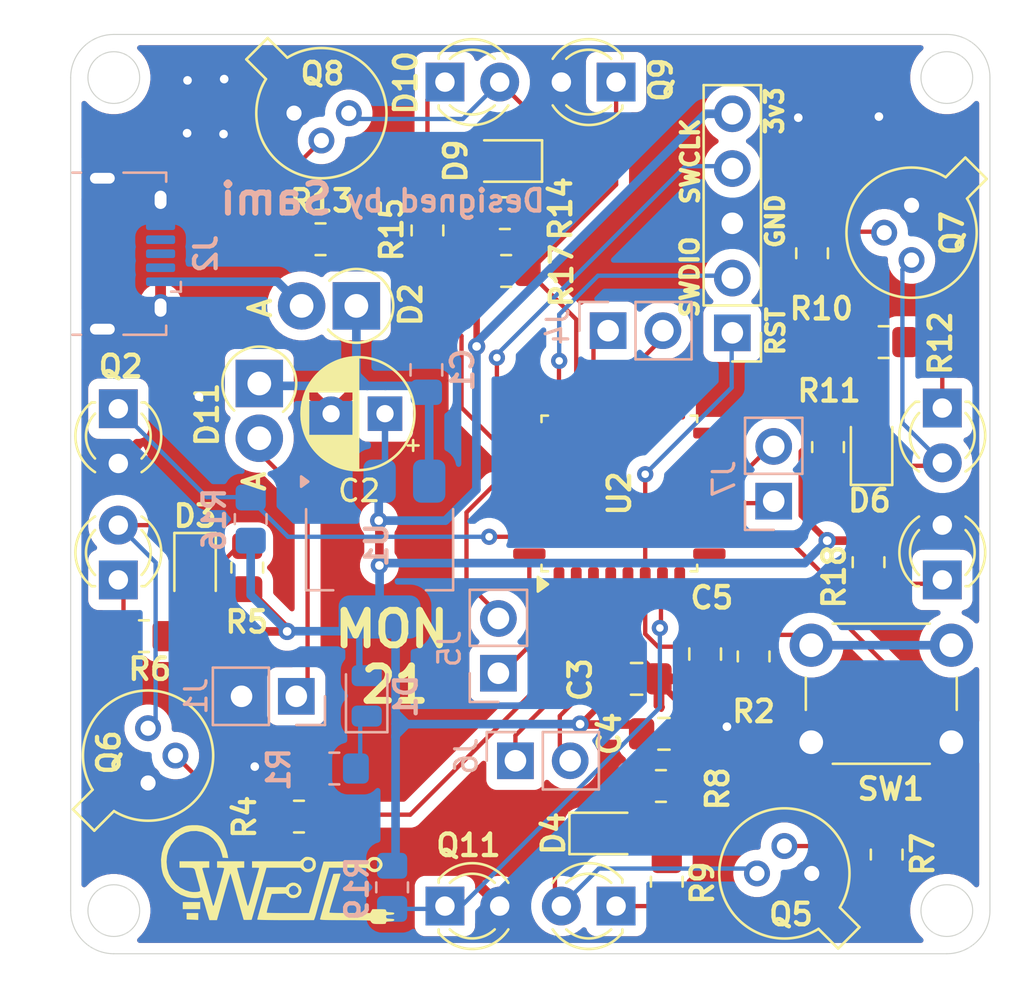
<source format=kicad_pcb>
(kicad_pcb (version 20241229) (generator "pcbnew") (generator_version "9.0")
  (layers (0 "F.Cu" signal) (2 "B.Cu" signal) (13 "F.Paste" user) (15 "B.Paste" user) (5 "F.SilkS" user "F.Silkscreen") (7 "B.SilkS" user "B.Silkscreen") (1 "F.Mask" user) (3 "B.Mask" user) (25 "Edge.Cuts" user))
  (net 0 "")
  (net 1 "VBUS")
  (net 2 "GND")
  (net 3 "+3.3V")
  (net 4 "/RST")
  (net 5 "Net-(D1-K)")
  (net 6 "Net-(D3-K)")
  (net 7 "Net-(D3-A)")
  (net 8 "Net-(D4-A)")
  (net 9 "Net-(D4-K)")
  (net 10 "Net-(D5-Pad1)")
  (net 11 "Net-(D6-K)")
  (net 12 "Net-(D6-A)")
  (net 13 "Net-(D7-Pad1)")
  (net 14 "Net-(D8-Pad1)")
  (net 15 "Net-(D9-K)")
  (net 16 "Net-(D9-A)")
  (net 17 "Net-(D10-Pad1)")
  (net 18 "/PA3")
  (net 19 "/SWDIO")
  (net 20 "/SWCLK")
  (net 21 "Net-(Q5-B)")
  (net 22 "Net-(Q6-B)")
  (net 23 "Net-(Q7-B)")
  (net 24 "Net-(Q8-B)")
  (net 27 "/PC6")
  (net 28 "/PA12")
  (net 29 "/PB8")
  (net 32 "/PA11")
  (net 35 "/PB4")
  (net 36 "/PC15")
  (net 38 "/PC14")
  (net 44 "/PB7")
  (net 45 "/PA5")
  (net 46 "/PA0")
  (net 48 "/PA15")
  (net 49 "/PB9")
  (net 50 "/PA1")
  (net 51 "/PB1")
  (net 52 "/PA6")
  (net 54 "Net-(D2-A)")
  (net 55 "Net-(D11-A)")
  (footprint "Button_Switch_THT:SW_PUSH_6mm" (layer "F.Cu") (at 173.14 77.82 180)
    (property "Reference" "SW1")
    (property "Value" "SW_Push")
  )
  (footprint "Diode_THT:D_DO-41_SOD81_P2.54mm_Vertical_AnodeUp" (layer "F.Cu") (at 141.04 61.18 -90)
    (property "Reference" "D11")
    (property "Value" "D_Schottky")
  )
  (footprint "Resistor_SMD:R_0805_2012Metric_Pad1.20x1.40mm_HandSolder" (layer "F.Cu") (at 167.42 64.13 -90)
    (property "Reference" "R11")
    (property "Value" "100r")
  )
  (footprint "LED_THT:LED_D3.0mm_Clear" (layer "F.Cu") (at 172.72 70.29 90)
    (property "Reference" "Q10" (hide yes))
    (property "Value" "SFH309")
  )
  (footprint "Resistor_SMD:R_0805_2012Metric_Pad1.20x1.40mm_HandSolder" (layer "F.Cu") (at 143.88 54.49)
    (property "Reference" "R13")
    (property "Value" "1k")
  )
  (footprint "Resistor_SMD:R_0805_2012Metric_Pad1.20x1.40mm_HandSolder" (layer "F.Cu") (at 170.14 83.03 90)
    (property "Reference" "R7")
    (property "Value" "1k")
  )
  (footprint "Resistor_SMD:R_0805_2012Metric_Pad1.20x1.40mm_HandSolder" (layer "F.Cu") (at 169.3 69.47 90)
    (property "Reference" "R18")
    (property "Value" "10k")
  )
  (footprint "Connector_PinHeader_2.54mm:PinHeader_1x05_P2.54mm_Vertical" (layer "F.Cu") (at 162.98 58.83 180)
    (property "Reference" "J3" (hide yes))
    (property "Value" "Conn_01x05_Socket")
  )
  (footprint "Resistor_SMD:R_0805_2012Metric_Pad1.20x1.40mm_HandSolder" (layer "F.Cu") (at 152.49 55.96 180)
    (property "Reference" "R17")
    (property "Value" "10k")
  )
  (footprint "Package_TO_SOT_THT:TO-18-3" (layer "F.Cu") (at 166.665276 83.905276 180)
    (property "Reference" "Q5")
    (property "Value" "2N2222")
  )
  (footprint "Package_TO_SOT_THT:TO-18-3" (layer "F.Cu") (at 171.295276 52.914724 -90)
    (property "Reference" "Q7")
    (property "Value" "2N2222")
  )
  (footprint "LED_SMD:LED_0805_2012Metric" (layer "F.Cu") (at 138.06 69.8 -90)
    (property "Reference" "D3")
    (property "Value" "LED")
  )
  (footprint "Capacitor_THT:CP_Radial_D5.0mm_P2.50mm" (layer "F.Cu") (at 146.87 62.58 180)
    (property "Reference" "C2")
    (property "Value" "22uF")
  )
  (footprint "LED_THT:LED_D3.0mm_Clear" (layer "F.Cu") (at 157.59 47.2 180)
    (property "Reference" "Q9")
    (property "Value" "SFH309")
  )
  (footprint "Package_QFP:LQFP-32_7x7mm_P0.8mm" (layer "F.Cu") (at 157.74 66.28 90)
    (property "Reference" "U2")
    (property "Value" "STM32G030K8Tx")
  )
  (footprint "LED_SMD:LED_0805_2012Metric" (layer "F.Cu") (at 157.11 82.05)
    (property "Reference" "D4")
    (property "Value" "LED")
  )
  (footprint "Resistor_SMD:R_0805_2012Metric_Pad1.20x1.40mm_HandSolder" (layer "F.Cu") (at 148.84 54.08 90)
    (property "Reference" "R15")
    (property "Value" "330r")
  )
  (footprint "Capacitor_SMD:C_0805_2012Metric_Pad1.18x1.45mm_HandSolder" (layer "F.Cu") (at 158.54 74.88)
    (property "Reference" "C3")
    (property "Value" "100nF")
  )
  (footprint "LED_THT:LED_D3.0mm_Clear" (layer "F.Cu") (at 134.5 62.35 -90)
    (property "Reference" "Q2")
    (property "Value" "SFH309")
  )
  (footprint "LOGO" (layer "F.Cu") (at 141.841951 83.641699)
    (property "Reference" "G***" (hide yes))
    (property "Value" "LOGO" (hide yes))
  )
  (footprint "LED_THT:LED_D3.0mm_Clear" (layer "F.Cu") (at 149.65 85.42)
    (property "Reference" "Q11")
    (property "Value" "SFH309")
  )
  (footprint "Resistor_SMD:R_0805_2012Metric_Pad1.20x1.40mm_HandSolder" (layer "F.Cu") (at 163.97 73.84 -90)
    (property "Reference" "R2")
    (property "Value" "10k")
  )
  (footprint "LED_SMD:LED_0805_2012Metric" (layer "F.Cu") (at 152.47 50.86 180)
    (property "Reference" "D9")
    (property "Value" "LED")
  )
  (footprint "Resistor_SMD:R_0805_2012Metric_Pad1.20x1.40mm_HandSolder" (layer "F.Cu") (at 135.69 72.9 180)
    (property "Reference" "R6")
    (property "Value" "330r")
  )
  (footprint "Resistor_SMD:R_0805_2012Metric_Pad1.20x1.40mm_HandSolder" (layer "F.Cu") (at 166.68 55.14 -90)
    (property "Reference" "R10")
    (property "Value" "1k")
  )
  (footprint "LED_THT:LED_D3.0mm_Clear" (layer "F.Cu") (at 172.72 62.32 -90)
    (property "Reference" "D7" (hide yes))
    (property "Value" "SFH_4550")
  )
  (footprint "LED_SMD:LED_0805_2012Metric" (layer "F.Cu") (at 169.44 64.2 90)
    (property "Reference" "D6")
    (property "Value" "LED")
  )
  (footprint "Resistor_SMD:R_0805_2012Metric_Pad1.20x1.40mm_HandSolder" (layer "F.Cu") (at 142.88 81.27)
    (property "Reference" "R4")
    (property "Value" "1k")
  )
  (footprint "Diode_THT:D_DO-41_SOD81_P2.54mm_Vertical_AnodeUp" (layer "F.Cu") (at 145.541766 57.58 180)
    (property "Reference" "D2")
    (property "Value" "D_Schottky")
  )
  (footprint "LED_THT:LED_D3.0mm_Clear" (layer "F.Cu") (at 149.65 47.2)
    (property "Reference" "D10")
    (property "Value" "SFH_4550")
  )
  (footprint "Package_TO_SOT_THT:TO-18-3" (layer "F.Cu") (at 135.88 79.71 90)
    (property "Reference" "Q6")
    (property "Value" "2N2222")
  )
  (footprint "Resistor_SMD:R_0805_2012Metric_Pad1.20x1.40mm_HandSolder" (layer "F.Cu") (at 140.48 69.72 90)
    (property "Reference" "R5")
    (property "Value" "100r")
  )
  (footprint "LED_THT:LED_D3.0mm_Clear" (layer "F.Cu") (at 157.59 85.42 180)
    (property "Reference" "D8" (hide yes))
    (property "Value" "SFH_4550")
  )
  (footprint "Resistor_SMD:R_0805_2012Metric_Pad1.20x1.40mm_HandSolder" (layer "F.Cu") (at 159.94 84.29 -90)
    (property "Reference" "R9")
    (property "Value" "330r")
  )
  (footprint "Resistor_SMD:R_0805_2012Metric_Pad1.20x1.40mm_HandSolder" (layer "F.Cu") (at 159.67 79.85 180)
    (property "Reference" "R8")
    (property "Value" "100r")
  )
  (footprint "Resistor_SMD:R_0805_2012Metric_Pad1.20x1.40mm_HandSolder" (layer "F.Cu") (at 170 59.26)
    (property "Reference" "R12")
    (property "Value" "330r")
  )
  (footprint "Package_TO_SOT_THT:TO-18-3" (layer "F.Cu") (at 142.65 48.64)
    (property "Reference" "Q8")
    (property "Value" "2N2222")
  )
  (footprint "Capacitor_SMD:C_0805_2012Metric_Pad1.18x1.45mm_HandSolder" (layer "F.Cu") (at 161.72 73.73 -90)
    (property "Reference" "C5")
    (property "Value" "100n")
  )
  (footprint "Resistor_SMD:R_0805_2012Metric_Pad1.20x1.40mm_HandSolder" (layer "F.Cu") (at 152.43 53.28 180)
    (property "Reference" "R14")
    (property "Value" "100r")
  )
  (footprint "LED_THT:LED_D3.0mm_Clear" (layer "F.Cu") (at 134.5 70.29 90)
    (property "Reference" "D5" (hide yes))
    (property "Value" "SFH_4550")
  )
  (footprint "Capacitor_SMD:C_0805_2012Metric_Pad1.18x1.45mm_HandSolder" (layer "F.Cu") (at 159.81 77.43)
    (property "Reference" "C4")
    (property "Value" "10uF")
  )
  (footprint "Connector_PinHeader_2.54mm:PinHeader_1x02_P2.54mm_Vertical" (layer "B.Cu") (at 157.22 58.73 -90)
    (property "Reference" "J4")
    (property "Value" "line_2")
  )
  (footprint "Resistor_SMD:R_0805_2012Metric_Pad1.20x1.40mm_HandSolder" (layer "B.Cu") (at 144.52 79.04 180)
    (property "Reference" "R1")
    (property "Value" "1k")
  )
  (footprint "Resistor_SMD:R_0805_2012Metric_Pad1.20x1.40mm_HandSolder" (layer "B.Cu") (at 140.64 67.47 -90)
    (property "Reference" "R16")
    (property "Value" "10k")
  )
  (footprint "Connector_PinHeader_2.54mm:PinHeader_1x02_P2.54mm_Vertical" (layer "B.Cu") (at 152.13 74.62)
    (property "Reference" "J5")
    (property "Value" "line_3")
  )
  (footprint "LED_SMD:LED_0805_2012Metric" (layer "B.Cu") (at 146.02 75.67 90)
    (property "Reference" "D1")
    (property "Value" "LED")
  )
  (footprint "Capacitor_SMD:C_0805_2012Metric_Pad1.18x1.45mm_HandSolder" (layer "B.Cu") (at 148.79 60.55 90)
    (property "Reference" "C1")
    (property "Value" "22u")
  )
  (footprint "Connector_USB:USB_Micro-B_Amphenol_10118194-0001LF_Horizontal" (layer "B.Cu") (at 135.06 55.16 90)
    (property "Reference" "J2")
    (property "Value" "USB_B_Micro")
  )
  (footprint "Connector_PinHeader_2.54mm:PinHeader_1x02_P2.54mm_Vertical" (layer "B.Cu") (at 164.9 66.64)
    (property "Reference" "J7")
    (property "Value" "line_1")
  )
  (footprint "Package_TO_SOT_SMD:SOT-223-3_TabPin2" (layer "B.Cu") (at 146.62 68.86 -90)
    (property "Reference" "U1")
    (property "Value" "AMS1117-3.3")
  )
  (footprint "Connector_PinHeader_2.54mm:PinHeader_1x02_P2.54mm_Vertical" (layer "B.Cu") (at 142.755 75.69 90)
    (property "Reference" "J1")
    (property "Value" "Power_line")
  )
  (footprint "Resistor_SMD:R_0805_2012Metric_Pad1.20x1.40mm_HandSolder" (layer "B.Cu") (at 147.2 84.55 90)
    (property "Reference" "R19")
    (property "Value" "10k")
  )
  (footprint "Connector_PinHeader_2.54mm:PinHeader_1x02_P2.54mm_Vertical" (layer "B.Cu") (at 152.92 78.68 -90)
    (property "Reference" "J6")
    (property "Value" "line_4")
  )
  (gr_circle (center 172.93 85.63) (end 172.93 84.43) (stroke (width 0.05)) (fill no) (layer "Edge.Cuts"))
  (gr_line (start 134.29 44.99) (end 172.93 44.99) (stroke (width 0.05)) (layer "Edge.Cuts"))
  (gr_circle (center 134.29 85.63) (end 134.29 84.43) (stroke (width 0.05)) (fill no) (layer "Edge.Cuts"))
  (gr_circle (center 172.93 46.99) (end 172.93 45.79) (stroke (width 0.05)) (fill no) (layer "Edge.Cuts"))
  (gr_arc (start 174.93 85.63) (mid 174.344214 87.044214) (end 172.93 87.63) (stroke (width 0.05)) (layer "Edge.Cuts"))
  (gr_circle (center 134.29 46.99) (end 134.29 45.79) (stroke (width 0.05)) (fill no) (layer "Edge.Cuts"))
  (gr_line (start 174.93 46.99) (end 174.93 85.63) (stroke (width 0.05)) (layer "Edge.Cuts"))
  (gr_arc (start 132.29 46.99) (mid 132.875786 45.575786) (end 134.29 44.99) (stroke (width 0.05)) (layer "Edge.Cuts"))
  (gr_line (start 132.29 85.63) (end 132.29 46.99) (stroke (width 0.05)) (layer "Edge.Cuts"))
  (gr_arc (start 134.29 87.63) (mid 132.875786 87.044214) (end 132.29 85.63) (stroke (width 0.05)) (layer "Edge.Cuts"))
  (gr_arc (start 172.93 44.99) (mid 174.344214 45.575786) (end 174.93 46.99) (stroke (width 0.05)) (layer "Edge.Cuts"))
  (gr_line (start 172.93 87.63) (end 134.29 87.63) (stroke (width 0.05)) (layer "Edge.Cuts"))
  (gr_text "MON\n 21" (at 144.38 76.09 0) (layer "F.SilkS") (effects (font (size 1.6 1.6) (thickness 0.32) (bold yes)) (justify left bottom)))
  (gr_text "GND" (at 165.44 55 90) (layer "F.SilkS") (effects (font (size 0.8 0.8) (thickness 0.2)) (justify left bottom)))
  (gr_text "3v3" (at 165.4 49.73 90) (layer "F.SilkS") (effects (font (size 0.8 0.8) (thickness 0.2)) (justify left bottom)))
  (gr_text "SWCLK\n" (at 161.5 52.97 90) (layer "F.SilkS") (effects (font (size 0.8 0.8) (thickness 0.2)) (justify left bottom)))
  (gr_text "SWDIO" (at 161.48 58.22 90) (layer "F.SilkS") (effects (font (size 0.8 0.8) (thickness 0.2)) (justify left bottom)))
  (gr_text "RST" (at 165.46 59.97 90) (layer "F.SilkS") (effects (font (size 0.8 0.8) (thickness 0.2)) (justify left bottom)))
  (gr_text "Sami" (at 144.57 53.44 0) (layer "B.SilkS") (effects (font (size 1.4 1.4) (thickness 0.28) (bold yes)) (justify left bottom mirror)))
  (gr_text "Designed by" (at 154.39 53.29 0) (layer "B.SilkS") (effects (font (size 1 1) (thickness 0.2) (bold yes)) (justify left bottom mirror)))
  (segment (start 141.73 61.18) (end 141.84 61.29) (width 0.4) (layer "B.Cu") (net 1))
  (segment (start 146.05 61.29) (end 145.541766 60.781766) (width 0.4) (layer "B.Cu") (net 1))
  (segment (start 148.71 61.5075) (end 148.79 61.5875) (width 0.4) (layer "B.Cu") (net 1))
  (segment (start 144.83 61.29) (end 145.54 61.29) (width 0.4) (layer "B.Cu") (net 1))
  (segment (start 145.54 61.29) (end 146.05 61.29) (width 0.4) (layer "B.Cu") (net 1))
  (segment (start 141.84 61.29) (end 144.83 61.29) (width 0.4) (layer "B.Cu") (net 1))
  (segment (start 146.89 61.29) (end 148.4925 61.29) (width 0.4) (layer "B.Cu") (net 1))
  (segment (start 148.92 65.71) (end 148.92 61.7375) (width 0.4) (layer "B.Cu") (net 1))
  (segment (start 144.961766 61.29) (end 145.541766 60.71) (width 0.4) (layer "B.Cu") (net 1))
  (segment (start 146.05 61.29) (end 146.89 61.29) (width 0.4) (layer "B.Cu") (net 1))
  (segment (start 148.6375 61.5075) (end 148.71 61.5075) (width 0.4) (layer "B.Cu") (net 1))
  (segment (start 148.4925 61.29) (end 148.79 61.5875) (width 0.4) (layer "B.Cu") (net 1))
  (segment (start 141.04 61.18) (end 141.73 61.18) (width 0.4) (layer "B.Cu") (net 1))
  (segment (start 145.541766 60.71) (end 145.541766 61.288234) (width 0.4) (layer "B.Cu") (net 1))
  (segment (start 148.92 61.7375) (end 148.79 61.6075) (width 0.4) (layer "B.Cu") (net 1))
  (segment (start 148.79 61.6075) (end 148.79 61.5875) (width 0.4) (layer "B.Cu") (net 1))
  (segment (start 144.83 61.29) (end 144.961766 61.29) (width 0.4) (layer "B.Cu") (net 1))
  (segment (start 145.541766 57.58) (end 145.541766 60.71) (width 0.4) (layer "B.Cu") (net 1))
  (segment (start 145.541766 60.71) (end 145.541766 60.781766) (width 0.4) (layer "B.Cu") (net 1))
  (segment (start 145.541766 61.288234) (end 145.54 61.29) (width 0.4) (layer "B.Cu") (net 1))
  (segment (start 160.5 77.0825) (end 160.8475 77.43) (width 0.3) (layer "F.Cu") (net 2))
  (segment (start 161.89 74.9775) (end 161.79 74.9775) (width 0.3) (layer "F.Cu") (net 2))
  (segment (start 162.73 77.1) (end 162.73 75.8175) (width 0.3) (layer "F.Cu") (net 2))
  (segment (start 158.14 73.34) (end 159.6175 74.8175) (width 0.3) (layer "F.Cu") (net 2))
  (segment (start 159.6175 74.84) (end 159.5775 74.88) (width 0.3) (layer "F.Cu") (net 2))
  (segment (start 159.5775 74.88) (end 159.5775 75.0375) (width 0.3) (layer "F.Cu") (net 2))
  (segment (start 162.73 77.1) (end 160.6975 77.1) (width 0.3) (layer "F.Cu") (net 2))
  (segment (start 158.14 70.455) (end 158.14 73.34) (width 0.3) (layer "F.Cu") (net 2))
  (segment (start 160.5775 76.98) (end 160.5975 77) (width 0.2) (layer "F.Cu") (net 2))
  (segment (start 159.6175 74.8175) (end 159.6175 74.84) (width 0.3) (layer "F.Cu") (net 2))
  (segment (start 160.5975 77) (end 160.5975 77.18) (width 0.2) (layer "F.Cu") (net 2))
  (segment (start 160.6975 77.1) (end 160.5775 76.98) (width 0.3) (layer "F.Cu") (net 2))
  (segment (start 160.5975 77.18) (end 160.8475 77.43) (width 0.3) (layer "F.Cu") (net 2))
  (segment (start 160.5 75.96) (end 160.5 77.0825) (width 0.3) (layer "F.Cu") (net 2))
  (segment (start 162.73 75.8175) (end 161.89 74.9775) (width 0.3) (layer "F.Cu") (net 2))
  (segment (start 159.5775 75.0375) (end 160.5 75.96) (width 0.3) (layer "F.Cu") (net 2))
  (via (at 137.71 47.12) (size 0.8) (drill 0.4) (layers "F.Cu" "B.Cu") (net 2))
  (via (at 138.24 61.79) (size 0.8) (drill 0.4) (layers "F.Cu" "B.Cu") (net 2))
  (via (at 169.78 48.8) (size 0.8) (drill 0.4) (layers "F.Cu" "B.Cu") (net 2))
  (via (at 139.41 47.06) (size 0.8) (drill 0.4) (layers "F.Cu" "B.Cu") (net 2))
  (via (at 166.04 48.85) (size 0.8) (drill 0.4) (layers "F.Cu" "B.Cu") (net 2))
  (via (at 162.73 77.1) (size 0.8) (drill 0.4) (layers "F.Cu" "B.Cu") (net 2))
  (via (at 137.69 49.57) (size 0.8) (drill 0.4) (layers "F.Cu" "B.Cu") (net 2))
  (via (at 139.38 49.61) (size 0.8) (drill 0.4) (layers "F.Cu" "B.Cu") (net 2))
  (via (at 140.83 78.95) (size 0.8) (drill 0.4) (layers "F.Cu" "B.Cu") (net 2))
  (segment (start 144.31 62.89) (end 144.31 65.7) (width 0.3) (layer "B.Cu") (net 2))
  (segment (start 144.31 65.7) (end 144.32 65.71) (width 0.3) (layer "B.Cu") (net 2))
  (segment (start 144.58 62.62) (end 144.31 62.89) (width 0.3) (layer "B.Cu") (net 2))
  (segment (start 157.6225 74.93) (end 157.5725 74.88) (width 0.3) (layer "F.Cu") (net 3))
  (segment (start 157.5425 75.3975) (end 157.5425 74.92) (width 0.3) (layer "F.Cu") (net 3))
  (segment (start 158.7725 77.43) (end 158.5225 77.18) (width 0.4) (layer "F.Cu") (net 3))
  (segment (start 161.53 79.59) (end 163.76 77.36) (width 0.3) (layer "F.Cu") (net 3))
  (segment (start 146.61 69.62) (end 146.61 67.57) (width 0.4) (layer "F.Cu") (net 3))
  (segment (start 136.98 72.9) (end 136.69 72.9) (width 0.4) (layer "F.Cu") (net 3))
  (segment (start 146.61 67.57) (end 146.58 67.54) (width 0.4) (layer "F.Cu") (net 3))
  (segment (start 158.8725 77.43) (end 158.7725 77.43) (width 0.3) (layer "F.Cu") (net 3))
  (segment (start 155.94 77) (end 155.92 76.98) (width 0.2) (layer "F.Cu") (net 3))
  (segment (start 142.33 72.68) (end 137.2 72.68) (width 0.4) (layer "F.Cu") (net 3))
  (segment (start 168.88305 68.08305) (end 168.88305 68.09595) (width 0.2) (layer "F.Cu") (net 3))
  (segment (start 160.39 80.13) (end 160.67 79.85) (width 0.2) (layer "F.Cu") (net 3))
  (segment (start 153.43 54.02) (end 153.43 53.28) (width 0.3) (layer "F.Cu") (net 3))
  (segment (start 160.39 82.84) (end 160.39 80.13) (width 0.3) (layer "F.Cu") (net 3))
  (segment (start 150.7 56.36) (end 151.09 56.36) (width 0.3) (layer "F.Cu") (net 3))
  (segment (start 166.2 67.29) (end 167.38 68.47) (width 0.3) (layer "F.Cu") (net 3))
  (segment (start 159.94 83.29) (end 160.39 82.84) (width 0.3) (layer "F.Cu") (net 3))
  (segment (start 158.5225 77.18) (end 158.5225 77.08) (width 0.4) (layer "F.Cu") (net 3))
  (segment (start 142.33 72.68) (end 142.33 72.57) (width 0.4) (layer "F.Cu") (net 3))
  (segment (start 157.5725 74.88) (end 157.5025 74.88) (width 0.3) (layer "F.Cu") (net 3))
  (segment (start 157.47 74.7775) (end 157.5025 74.81) (width 0.3) (layer "F.Cu") (net 3))
  (segment (start 160.67 79.85) (end 160.93 79.59) (width 0.3) (layer "F.Cu") (net 3))
  (segment (start 160.67 79.85) (end 160.54 79.85) (width 0.3) (layer "F.Cu") (net 3))
  (segment (start 151.1 56.76) (end 151.12 56.76) (width 0.3) (layer "F.Cu") (net 3))
  (segment (start 157.5025 74.81) (end 157.5025 74.88) (width 0.3) (layer "F.Cu") (net 3))
  (segment (start 158.4425 77) (end 155.94 77) (width 0.4) (layer "F.Cu") (net 3))
  (segment (start 167.14 62.85) (end 167.14 60.55) (width 0.3) (layer "F.Cu") (net 3))
  (segment (start 166.2 64.35) (end 166.2 67.29) (width 0.3) (layer "F.Cu") (net 3))
  (segment (start 160.54 79.85) (end 160.54 79.0975) (width 0.3) (layer "F.Cu") (net 3))
  (segment (start 151.12 56.76) (end 151.12 59.46) (width 0.3) (layer "F.Cu") (net 3))
  (segment (start 163.76 75.42) (end 163.89 75.29) (width 0.3) (layer "F.Cu") (net 3))
  (segment (start 151.09 56.36) (end 151.49 55.96) (width 0.3) (layer "F.Cu") (net 3))
  (segment (start 151.49 55.96) (end 153.43 54.02) (width 0.3) (layer "F.Cu") (net 3))
  (segment (start 157.34 70.455) (end 157.47 70.585) (width 0.3) (layer "F.Cu") (net 3))
  (segment (start 148.84 55.08) (end 150.12 56.36) (width 0.3) (layer "F.Cu") (net 3))
  (segment (start 151.49 55.96) (end 151.12 56.33) (width 0.3) (layer "F.Cu") (net 3))
  (segment (start 169.3 68.47) (end 167.38 68.47) (width 0.4) (layer "F.Cu") (net 3))
  (segment (start 163.76 77.36) (end 163.76 75.42) (width 0.3) (layer "F.Cu") (net 3))
  (segment (start 157.47 70.585) (end 157.47 74.7775) (width 0.3) (layer "F.Cu") (net 3))
  (segment (start 168.43 59.26) (end 169 59.26) (width 0.3) (layer "F.Cu") (net 3))
  (segment (start 167.42 63.13) (end 167.14 62.85) (width 0.3) (layer "F.Cu") (net 3))
  (segment (start 150.12 56.36) (end 150.7 56.36) (width 0.3) (layer "F.Cu") (net 3))
  (segment (start 155.94 77) (end 157.5425 75.3975) (width 0.3) (layer "F.Cu") (net 3))
  (segment (start 137.2 72.68) (end 136.98 72.9) (width 0.4) (layer "F.Cu") (net 3))
  (segment (start 157.5425 74.92) (end 157.5025 74.88) (width 0.3) (layer "F.Cu") (net 3))
  (segment (start 151.12 56.33) (end 151.12 56.76) (width 0.3) (layer "F.Cu") (net 3))
  (segment (start 160.93 79.59) (end 161.53 79.59) (width 0.3) (layer "F.Cu") (net 3))
  (segment (start 158.5225 77.08) (end 158.4425 77) (width 0.4) (layer "F.Cu") (net 3))
  (segment (start 167.42 63.13) (end 166.2 64.35) (width 0.3) (layer "F.Cu") (net 3))
  (segment (start 163.89 74.92) (end 163.97 74.84) (width 0.3) (layer "F.Cu") (net 3))
  (segment (start 163.89 75.29) (end 163.89 74.92) (width 0.3) (layer "F.Cu") (net 3))
  (segment (start 150.7 56.36) (end 151.1 56.76) (width 0.3) (layer "F.Cu") (net 3))
  (segment (start 142.33 72.57) (end 140.48 70.72) (width 0.4) (layer "F.Cu") (net 3))
  (segment (start 167.14 60.55) (end 168.43 59.26) (width 0.3) (layer "F.Cu") (net 3))
  (segment (start 168.91305 68.08305) (end 168.88305 68.08305) (width 0.2) (layer "F.Cu") (net 3))
  (segment (start 160.54 79.0975) (end 158.8725 77.43) (width 0.3) (layer "F.Cu") (net 3))
  (via (at 167.38 68.47) (size 0.8) (drill 0.4) (layers "F.Cu" "B.Cu") (net 3))
  (via (at 155.92 76.98) (size 0.8) (drill 0.4) (layers "F.Cu" "B.Cu") (net 3))
  (via (at 146.58 67.54) (size 0.8) (drill 0.4) (layers "F.Cu" "B.Cu") (net 3))
  (via (at 146.61 69.62) (size 0.8) (drill 0.4) (layers "F.Cu" "B.Cu") (net 3))
  (via (at 142.33 72.68) (size 0.8) (drill 0.4) (layers "F.Cu" "B.Cu") (net 3))
  (via (at 151.12 59.46) (size 0.8) (drill 0.4) (layers "F.Cu" "B.Cu") (net 3))
  (segment (start 151.12 59.46) (end 151.11 59.47) (width 0.4) (layer "B.Cu") (net 3))
  (segment (start 147.37 76.98) (end 147.36 76.97) (width 0.4) (layer "B.Cu") (net 3))
  (segment (start 146.62 65.71) (end 146.62 66.16) (width 0.4) (layer "B.Cu") (net 3))
  (segment (start 146.87 65.46) (end 146.62 65.71) (width 0.3) (layer "B.Cu") (net 3))
  (segment (start 147.36 76.23) (end 147.36 76.46) (width 0.4) (layer "B.Cu") (net 3))
  (segment (start 161.73 48.67) (end 162.98 48.67) (width 0.4) (layer "B.Cu") (net 3))
  (segment (start 146.87 62.58) (end 146.87 65.46) (width 0.3) (layer "B.Cu") (net 3))
  (segment (start 146.61 69.62) (end 146.72 69.51) (width 0.4) (layer "B.Cu") (net 3))
  (segment (start 140.64 70.99) (end 140.64 68.47) (width 0.4) (layer "B.Cu") (net 3))
  (segment (start 149.67 67.54) (end 146.58 67.54) (width 0.4) (layer "B.Cu") (net 3))
  (segment (start 146.62 69.63) (end 146.61 69.62) (width 0.4) (layer "B.Cu") (net 3))
  (segment (start 151.11 66.1) (end 149.67 67.54) (width 0.4) (layer "B.Cu") (net 3))
  (segment (start 147.36 75.77) (end 147.36 72.75) (width 0.4) (layer "B.Cu") (net 3))
  (segment (start 147.36 76.46) (end 147.88 76.98) (width 0.4) (layer "B.Cu") (net 3))
  (segment (start 146.58 67.54) (end 146.58 65.75) (width 0.4) (layer "B.Cu") (net 3))
  (segment (start 146.62 72.01) (end 146.62 69.63) (width 0.4) (layer "B.Cu") (net 3))
  (segment (start 151.11 59.47) (end 151.11 66.1) (width 0.4) (layer "B.Cu") (net 3))
  (segment (start 147.36 77.5) (end 147.88 76.98) (width 0.4) (layer "B.Cu") (net 3))
  (segment (start 142.34 72.67) (end 145.96 72.67) (width 0.4) (layer "B.Cu") (net 3))
  (segment (start 142.33 72.68) (end 142.34 72.67) (width 0.4) (layer "B.Cu") (net 3))
  (segment (start 146.58 65.75) (end 146.62 65.71) (width 0.4) (layer "B.Cu") (net 3))
  (segment (start 146.72 69.51) (end 166.34 69.51) (width 0.4) (layer "B.Cu") (net 3))
  (segment (start 155.92 76.98) (end 147.88 76.98) (width 0.4) (layer "B.Cu") (net 3))
  (segment (start 166.34 69.51) (end 167.38 68.47) (width 0.4) (layer "B.Cu") (net 3))
  (segment (start 151.12 59.28) (end 161.73 48.67) (width 0.4) (layer "B.Cu") (net 3))
  (segment (start 147.36 76.23) (end 147.36 75.77) (width 0.4) (layer "B.Cu") (net 3))
  (segment (start 145.68 74.5025) (end 145.68 72.95) (width 0.3) (layer "B.Cu") (net 3))
  (segment (start 147.36 76.97) (end 147.36 76.23) (width 0.4) (layer "B.Cu") (net 3))
  (segment (start 145.68 72.95) (end 146.62 72.01) (width 0.3) (layer "B.Cu") (net 3))
  (segment (start 147.36 83.39) (end 147.36 77.59) (width 0.4) (layer "B.Cu") (net 3))
  (segment (start 145.91 74.7325) (end 145.68 74.5025) (width 0.3) (layer "B.Cu") (net 3))
  (segment (start 146.02 74.7325) (end 145.91 74.7325) (width 0.3) (layer "B.Cu") (net 3))
  (segment (start 147.2 83.55) (end 147.36 83.39) (width 0.4) (layer "B.Cu") (net 3))
  (segment (start 147.36 72.75) (end 146.62 72.01) (width 0.4) (layer "B.Cu") (net 3))
  (segment (start 147.88 76.98) (end 147.37 76.98) (width 0.4) (layer "B.Cu") (net 3))
  (segment (start 147.36 77.59) (end 147.36 77.5) (width 0.4) (layer "B.Cu") (net 3))
  (segment (start 142.33 72.68) (end 140.64 70.99) (width 0.4) (layer "B.Cu") (net 3))
  (segment (start 147.36 77.59) (end 147.36 76.97) (width 0.4) (layer "B.Cu") (net 3))
  (segment (start 151.12 59.46) (end 151.12 59.28) (width 0.4) (layer "B.Cu") (net 3))
  (segment (start 145.96 72.67) (end 146.62 72.01) (width 0.3) (layer "B.Cu") (net 3))
  (segment (start 163.97 72.84) (end 166.16 72.84) (width 0.2) (layer "F.Cu") (net 4))
  (segment (start 161.2275 73.39) (end 161.68 72.9375) (width 0.2) (layer "F.Cu") (net 4))
  (segment (start 161.79 72.9025) (end 163.8275 72.9025) (width 0.2) (layer "F.Cu") (net 4))
  (segment (start 161.68 72.9375) (end 161.68 72.9225) (width 0.2) (layer "F.Cu") (net 4))
  (segment (start 158.94 70.455) (end 158.94 72.796009) (width 0.2) (layer "F.Cu") (net 4))
  (segment (start 158.94 72.796009) (end 159.533991 73.39) (width 0.2) (layer "F.Cu") (net 4))
  (segment (start 163.89 72.84) (end 163.97 72.84) (width 0.2) (layer "F.Cu") (net 4))
  (segment (start 158.94 65.39) (end 158.94 70.455) (width 0.2) (layer "F.Cu") (net 4))
  (segment (start 161.72 72.6925) (end 161.72 72.8325) (width 0.2) (layer "F.Cu") (net 4))
  (segment (start 163.8275 72.9025) (end 163.89 72.84) (width 0.2) (layer "F.Cu") (net 4))
  (segment (start 161.72 72.8825) (end 161.72 72.6925) (width 0.2) (layer "F.Cu") (net 4))
  (segment (start 161.68 72.9225) (end 161.72 72.8825) (width 0.2) (layer "F.Cu") (net 4))
  (segment (start 159.533991 73.39) (end 161.2275 73.39) (width 0.2) (layer "F.Cu") (net 4))
  (segment (start 166.16 72.84) (end 166.64 73.32) (width 0.2) (layer "F.Cu") (net 4))
  (segment (start 161.72 72.8325) (end 161.79 72.9025) (width 0.2) (layer "F.Cu") (net 4))
  (via (at 158.94 65.39) (size 0.75) (drill 0.35) (layers "F.Cu" "B.Cu") (net 4))
  (segment (start 158.94 65.38) (end 162.95 61.37) (width 0.2) (layer "B.Cu") (net 4))
  (segment (start 166.64 73.32) (end 173.14 73.32) (width 0.4) (layer "B.Cu") (net 4))
  (segment (start 158.94 65.39) (end 158.94 65.38) (width 0.2) (layer "B.Cu") (net 4))
  (segment (start 162.95 61.37) (end 162.95 58.86) (width 0.2) (layer "B.Cu") (net 4))
  (segment (start 162.95 58.86) (end 162.98 58.83) (width 0.2) (layer "B.Cu") (net 4))
  (segment (start 145.72 78.84) (end 145.72 76.7075) (width 0.2) (layer "B.Cu") (net 5))
  (segment (start 146 76.5875) (end 146.02 76.6075) (width 0.2) (layer "B.Cu") (net 5))
  (segment (start 145.52 79.04) (end 145.72 78.84) (width 0.2) (layer "B.Cu") (net 5))
  (segment (start 145.84 76.5875) (end 146 76.5875) (width 0.2) (layer "B.Cu") (net 5))
  (segment (start 145.72 76.7075) (end 145.84 76.5875) (width 0.2) (layer "B.Cu") (net 5))
  (segment (start 137.2975 67.75) (end 138.06 68.5125) (width 0.2) (layer "F.Cu") (net 6))
  (segment (start 138.06 68.5125) (end 138.06 68.8625) (width 0.2) (layer "F.Cu") (net 6))
  (segment (start 134.5 67.75) (end 137.2975 67.75) (width 0.2) (layer "F.Cu") (net 6))
  (segment (start 136.23 69.48) (end 136.23 76.82) (width 0.2) (layer "B.Cu") (net 6))
  (segment (start 134.5 67.75) (end 136.23 69.48) (width 0.2) (layer "B.Cu") (net 6))
  (segment (start 136.23 76.82) (end 135.88 77.17) (width 0.2) (layer "B.Cu") (net 6))
  (segment (start 138.06 70.7375) (end 140.0775 68.72) (width 0.2) (layer "F.Cu") (net 7))
  (segment (start 140.0775 68.72) (end 140.48 68.72) (width 0.2) (layer "F.Cu") (net 7))
  (segment (start 157.99 81.6975) (end 157.99 80.02) (width 0.2) (layer "F.Cu") (net 8))
  (segment (start 157.99 80.02) (end 158.16 79.85) (width 0.2) (layer "F.Cu") (net 8))
  (segment (start 158.16 79.85) (end 158.67 79.85) (width 0.2) (layer "F.Cu") (net 8))
  (segment (start 158.0475 82.05) (end 158.0475 81.755) (width 0.2) (layer "F.Cu") (net 8))
  (segment (start 158.0475 81.755) (end 157.99 81.6975) (width 0.2) (layer "F.Cu") (net 8))
  (segment (start 154.7525 85.1225) (end 155.05 85.42) (width 0.2) (layer "F.Cu") (net 9))
  (segment (start 155.9925 81.87) (end 155.8125 81.87) (width 0.2) (layer "F.Cu") (net 9))
  (segment (start 155.8125 81.87) (end 154.7525 82.93) (width 0.2) (layer "F.Cu") (net 9))
  (segment (start 154.7525 82.93) (end 154.7525 85.1225) (width 0.2) (layer "F.Cu") (net 9))
  (segment (start 156.1725 82.05) (end 155.9925 81.87) (width 0.2) (layer "F.Cu") (net 9))
  (segment (start 156.79 83.68) (end 155.05 85.42) (width 0.2) (layer "B.Cu") (net 9))
  (segment (start 164.125276 83.905276) (end 163.9 83.68) (width 0.2) (layer "B.Cu") (net 9))
  (segment (start 163.9 83.68) (end 156.79 83.68) (width 0.2) (layer "B.Cu") (net 9))
  (segment (start 134.69 72.9) (end 134.74 72.85) (width 0.2) (layer "F.Cu") (net 10))
  (segment (start 134.74 70.53) (end 134.5 70.29) (width 0.2) (layer "F.Cu") (net 10))
  (segment (start 134.74 72.85) (end 134.74 70.53) (width 0.2) (layer "F.Cu") (net 10))
  (segment (start 172.5825 64.9975) (end 172.72 64.86) (width 0.2) (layer "F.Cu") (net 11))
  (segment (start 169.58 64.9975) (end 172.5825 64.9975) (width 0.2) (layer "F.Cu") (net 11))
  (segment (start 169.44 65.1375) (end 169.58 64.9975) (width 0.2) (layer "F.Cu") (net 11))
  (segment (start 170.87 55.902289) (end 170.87 63.01) (width 0.2) (layer "B.Cu") (net 11))
  (segment (start 171.295276 55.454724) (end 171.295276 55.477013) (width 0.2) (layer "B.Cu") (net 11))
  (segment (start 171.295276 55.477013) (end 170.87 55.902289) (width 0.2) (layer "B.Cu") (net 11))
  (segment (start 170.87 63.01) (end 172.72 64.86) (width 0.2) (layer "B.Cu") (net 11))
  (segment (start 167.42 65.13) (end 167.42 64.85) (width 0.2) (layer "F.Cu") (net 12))
  (segment (start 167.42 64.85) (end 169.0075 63.2625) (width 0.2) (layer "F.Cu") (net 12))
  (segment (start 169.0075 63.2625) (end 169.44 63.2625) (width 0.2) (layer "F.Cu") (net 12))
  (segment (start 171.34 59.33) (end 172.72 60.71) (width 0.2) (layer "F.Cu") (net 13))
  (segment (start 172.72 60.71) (end 172.72 62.32) (width 0.2) (layer "F.Cu") (net 13))
  (segment (start 171.07 59.33) (end 171.34 59.33) (width 0.2) (layer "F.Cu") (net 13))
  (segment (start 171 59.26) (end 171.07 59.33) (width 0.2) (layer "F.Cu") (net 13))
  (segment (start 157.59 85.42) (end 159.81 85.42) (width 0.2) (layer "F.Cu") (net 14))
  (segment (start 159.81 85.42) (end 159.94 85.29) (width 0.2) (layer "F.Cu") (net 14))
  (segment (start 153.4075 48.4175) (end 152.19 47.2) (width 0.2) (layer "F.Cu") (net 15))
  (segment (start 153.4075 50.86) (end 153.4075 48.4175) (width 0.2) (layer "F.Cu") (net 15))
  (segment (start 150.48 48.91) (end 152.19 47.2) (width 0.2) (layer "B.Cu") (net 15))
  (segment (start 145.19 48.64) (end 145.46 48.91) (width 0.2) (layer "B.Cu") (net 15))
  (segment (start 145.46 48.91) (end 150.48 48.91) (width 0.2) (layer "B.Cu") (net 15))
  (segment (start 151.5325 53.1775) (end 151.43 53.28) (width 0.2) (layer "F.Cu") (net 16))
  (segment (start 151.5325 50.86) (end 151.5325 53.1775) (width 0.2) (layer "F.Cu") (net 16))
  (segment (start 149.65 47.2) (end 148.84 48.01) (width 0.2) (layer "F.Cu") (net 17))
  (segment (start 148.84 48.01) (end 148.84 53.08) (width 0.2) (layer "F.Cu") (net 17))
  (segment (start 167.63 70.47) (end 169.3 70.47) (width 0.2) (layer "F.Cu") (net 18))
  (segment (start 161.915 68.28) (end 162.065 68.43) (width 0.2) (layer "F.Cu") (net 18))
  (segment (start 172.54 70.47) (end 172.72 70.29) (width 0.2) (layer "F.Cu") (net 18))
  (segment (start 165.59 68.43) (end 167.63 70.47) (width 0.2) (layer "F.Cu") (net 18))
  (segment (start 162.065 68.43) (end 165.59 68.43) (width 0.2) (layer "F.Cu") (net 18))
  (segment (start 169.3 70.47) (end 172.54 70.47) (width 0.2) (layer "F.Cu") (net 18))
  (segment (start 154.94 60.14) (end 154.95 60.13) (width 0.2) (layer "F.Cu") (net 19))
  (segment (start 154.94 62.105) (end 154.94 60.14) (width 0.2) (layer "F.Cu") (net 19))
  (via (at 154.95 60.13) (size 0.75) (drill 0.35) (layers "F.Cu" "B.Cu") (net 19))
  (segment (start 154.95 60.13) (end 154.95 57.98) (width 0.2) (layer "B.Cu") (net 19))
  (segment (start 156.75 56.18) (end 162.87 56.18) (width 0.2) (layer "B.Cu") (net 19))
  (segment (start 154.95 57.98) (end 156.75 56.18) (width 0.2) (layer "B.Cu") (net 19))
  (segment (start 162.87 56.18) (end 162.98 56.29) (width 0.2) (layer "B.Cu") (net 19))
  (segment (start 152.06 62.91) (end 152.63 63.48) (width 0.2) (layer "F.Cu") (net 20))
  (segment (start 152.63 63.48) (end 153.565 63.48) (width 0.2) (layer "F.Cu") (net 20))
  (segment (start 152.06 59.98) (end 152.06 62.91) (width 0.2) (layer "F.Cu") (net 20))
  (via (at 152.06 59.98) (size 0.75) (drill 0.35) (layers "F.Cu" "B.Cu") (net 20))
  (segment (start 160.8 51.1) (end 162.87 51.1) (width 0.2) (layer "B.Cu") (net 20))
  (segment (start 152.06 59.84) (end 160.8 51.1) (width 0.2) (layer "B.Cu") (net 20))
  (segment (start 162.87 51.1) (end 162.98 51.21) (width 0.2) (layer "B.Cu") (net 20))
  (segment (start 152.06 59.98) (end 152.06 59.84) (width 0.2) (layer "B.Cu") (net 20))
  (segment (start 169.45 83.73) (end 168.355276 82.635276) (width 0.2) (layer "F.Cu") (net 21))
  (segment (start 169.84 83.73) (end 169.45 83.73) (width 0.2) (layer "F.Cu") (net 21))
  (segment (start 170.14 84.03) (end 169.84 83.73) (width 0.2) (layer "F.Cu") (net 21))
  (segment (start 168.355276 82.635276) (end 165.395276 82.635276) (width 0.2) (layer "F.Cu") (net 21))
  (segment (start 137.15 78.44) (end 139.89 81.18) (width 0.2) (layer "F.Cu") (net 22))
  (segment (start 141.79 81.18) (end 141.88 81.27) (width 0.2) (layer "F.Cu") (net 22))
  (segment (start 139.89 81.18) (end 141.79 81.18) (width 0.2) (layer "F.Cu") (net 22))
  (segment (start 166.5 54.14) (end 169.980552 54.14) (width 0.2) (layer "F.Cu") (net 23))
  (segment (start 169.980552 54.14) (end 170.025276 54.184724) (width 0.2) (layer "F.Cu") (net 23))
  (segment (start 166.22 53.86) (end 166.5 54.14) (width 0.2) (layer "F.Cu") (net 23))
  (segment (start 142.88 54.49) (end 142.88 50.95) (width 0.2) (layer "F.Cu") (net 24))
  (segment (start 142.88 50.95) (end 143.92 49.91) (width 0.2) (layer "F.Cu") (net 24))
  (segment (start 159.85 58.82) (end 159.76 58.73) (width 0.2) (layer "F.Cu") (net 27))
  (segment (start 158.14 62.105) (end 158.14 60.685) (width 0.2) (layer "F.Cu") (net 27))
  (segment (start 159.85 58.975) (end 159.85 58.82) (width 0.2) (layer "F.Cu") (net 27))
  (segment (start 158.14 60.685) (end 159.85 58.975) (width 0.2) (layer "F.Cu") (net 27))
  (segment (start 157.59 51.96) (end 157.59 47.2) (width 0.2) (layer "F.Cu") (net 28))
  (segment (start 155.74 58.21) (end 153.49 55.96) (width 0.2) (layer "F.Cu") (net 28))
  (segment (start 155.74 62.105) (end 155.74 58.21) (width 0.2) (layer "F.Cu") (net 28))
  (segment (start 153.86 55.69) (end 157.59 51.96) (width 0.2) (layer "F.Cu") (net 28))
  (segment (start 152.135 74.615) (end 152.305 74.615) (width 0.2) (layer "F.Cu") (net 29))
  (segment (start 153.565 73.355) (end 153.565 69.08) (width 0.2) (layer "F.Cu") (net 29))
  (segment (start 152.13 74.62) (end 152.135 74.615) (width 0.2) (layer "F.Cu") (net 29))
  (segment (start 152.305 74.615) (end 153.565 73.355) (width 0.2) (layer "F.Cu") (net 29))
  (segment (start 156.54 59.41) (end 157.22 58.73) (width 0.2) (layer "F.Cu") (net 32))
  (segment (start 156.54 62.105) (end 156.54 59.41) (width 0.2) (layer "F.Cu") (net 32))
  (segment (start 152.13 71.88) (end 150.65 70.4) (width 0.2) (layer "F.Cu") (net 35))
  (segment (start 150.65 67.16) (end 151.93 65.88) (width 0.2) (layer "F.Cu") (net 35))
  (segment (start 150.65 70.4) (end 150.65 67.16) (width 0.2) (layer "F.Cu") (net 35))
  (segment (start 152.13 72.08) (end 152.13 71.88) (width 0.2) (layer "F.Cu") (net 35))
  (segment (start 151.93 65.88) (end 153.565 65.88) (width 0.2) (layer "F.Cu") (net 35))
  (segment (start 156.35 70.645) (end 156.35 75.23) (width 0.2) (layer "F.Cu") (net 36))
  (segment (start 154.98 76.6) (end 154.98 78.2) (width 0.2) (layer "F.Cu") (net 36))
  (segment (start 156.35 75.23) (end 154.98 76.6) (width 0.2) (layer "F.Cu") (net 36))
  (segment (start 156.54 70.455) (end 156.35 70.645) (width 0.2) (layer "F.Cu") (net 36))
  (segment (start 154.98 78.2) (end 155.46 78.68) (width 0.2) (layer "F.Cu") (net 36))
  (segment (start 155.74 74.69) (end 152.92 77.51) (width 0.2) (layer "F.Cu") (net 38))
  (segment (start 152.92 77.51) (end 152.92 78.68) (width 0.2) (layer "F.Cu") (net 38))
  (segment (start 155.74 70.455) (end 155.74 74.69) (width 0.2) (layer "F.Cu") (net 38))
  (segment (start 151.7 68.29) (end 153.555 68.29) (width 0.2) (layer "F.Cu") (net 44))
  (segment (start 153.555 68.29) (end 153.565 68.28) (width 0.2) (layer "F.Cu") (net 44))
  (via (at 151.7 68.29) (size 0.75) (drill 0.35) (layers "F.Cu" "B.Cu") (net 44))
  (segment (start 140.64 66.56) (end 142.37 68.29) (width 0.2) (layer "B.Cu") (net 44))
  (segment (start 140.64 66.47) (end 140.64 66.56) (width 0.2) (layer "B.Cu") (net 44))
  (segment (start 140.62 66.45) (end 140.64 66.47) (width 0.2) (layer "B.Cu") (net 44))
  (segment (start 134.5 62.86) (end 134.5 62.35) (width 0.2) (layer "B.Cu") (net 44))
  (segment (start 142.37 68.29) (end 151.7 68.29) (width 0.2) (layer "B.Cu") (net 44))
  (segment (start 138.6 66.45) (end 140.62 66.45) (width 0.2) (layer "B.Cu") (net 44))
  (segment (start 134.5 62.35) (end 138.6 66.45) (width 0.2) (layer "B.Cu") (net 44))
  (segment (start 164.9 66.64) (end 164.87 66.64) (width 0.2) (layer "F.Cu") (net 45))
  (segment (start 164.78 66.73) (end 161.965 66.73) (width 0.2) (layer "F.Cu") (net 45))
  (segment (start 164.87 66.64) (end 164.78 66.73) (width 0.2) (layer "F.Cu") (net 45))
  (segment (start 161.965 66.73) (end 161.915 66.68) (width 0.2) (layer "F.Cu") (net 45))
  (segment (start 159.67 72.47) (end 159.67 70.525) (width 0.2) (layer "F.Cu") (net 46))
  (segment (start 159.699798 72.345202) (end 159.74 72.305) (width 0.2) (layer "F.Cu") (net 46))
  (segment (start 159.62 72.52) (end 159.67 72.47) (width 0.2) (layer "F.Cu") (net 46))
  (segment (start 159.67 70.525) (end 159.74 70.455) (width 0.2) (layer "F.Cu") (net 46))
  (via (at 159.62 72.52) (size 0.75) (drill 0.35) (layers "F.Cu" "B.Cu") (net 46))
  (segment (start 159.62 72.52) (end 159.62 76.21) (width 0.2) (layer "B.Cu") (net 46))
  (segment (start 149.52 85.55) (end 149.65 85.42) (width 0.2) (layer "B.Cu") (net 46))
  (segment (start 150.41 85.42) (end 149.65 85.42) (width 0.2) (layer "B.Cu") (net 46))
  (segment (start 159.62 76.21) (end 150.41 85.42) (width 0.2) (layer "B.Cu") (net 46))
  (segment (start 147.2 85.55) (end 149.52 85.55) (width 0.2) (layer "B.Cu") (net 46))
  (segment (start 150.42 62.3) (end 152.4 64.28) (width 0.2) (layer "F.Cu") (net 48))
  (segment (start 144.9 54.47) (end 145.91 54.47) (width 0.2) (layer "F.Cu") (net 48))
  (segment (start 144.88 54.49) (end 144.9 54.47) (width 0.2) (layer "F.Cu") (net 48))
  (segment (start 145.91 54.47) (end 150.42 58.98) (width 0.2) (layer "F.Cu") (net 48))
  (segment (start 152.4 64.28) (end 153.565 64.28) (width 0.2) (layer "F.Cu") (net 48))
  (segment (start 150.42 58.98) (end 150.42 62.3) (width 0.2) (layer "F.Cu") (net 48))
  (segment (start 148.04 81.18) (end 143.97 81.18) (width 0.2) (layer "F.Cu") (net 49))
  (segment (start 143.97 81.18) (end 143.88 81.27) (width 0.2) (layer "F.Cu") (net 49))
  (segment (start 154.94 74.28) (end 148.04 81.18) (width 0.2) (layer "F.Cu") (net 49))
  (segment (start 154.94 70.455) (end 154.94 74.28) (width 0.2) (layer "F.Cu") (net 49))
  (segment (start 160.68 70.595) (end 160.54 70.455) (width 0.2) (layer "F.Cu") (net 50))
  (segment (start 166.67 70.79) (end 160.875 70.79) (width 0.2) (layer "F.Cu") (net 50))
  (segment (start 170.37 74.49) (end 166.67 70.79) (width 0.2) (layer "F.Cu") (net 50))
  (segment (start 170.37 81.4) (end 170.37 74.49) (width 0.2) (layer "F.Cu") (net 50))
  (segment (start 170.14 81.63) (end 170.37 81.4) (width 0.2) (layer "F.Cu") (net 50))
  (segment (start 170.14 82.03) (end 170.14 81.63) (width 0.2) (layer "F.Cu") (net 50))
  (segment (start 160.875 70.79) (end 160.54 70.455) (width 0.2) (layer "F.Cu") (net 50))
  (segment (start 161.915 63.48) (end 163.04 63.48) (width 0.2) (layer "F.Cu") (net 51))
  (segment (start 166.68 59.84) (end 166.68 56.14) (width 0.2) (layer "F.Cu") (net 51))
  (segment (start 163.04 63.48) (end 166.68 59.84) (width 0.2) (layer "F.Cu") (net 51))
  (segment (start 161.915 65.88) (end 162.96 65.88) (width 0.2) (layer "F.Cu") (net 52))
  (segment (start 164.88 64.12) (end 164.9 64.1) (width 0.2) (layer "F.Cu") (net 52))
  (segment (start 162.96 65.88) (end 164.72 64.12) (width 0.2) (layer "F.Cu") (net 52))
  (segment (start 164.72 64.12) (end 164.88 64.12) (width 0.2) (layer "F.Cu") (net 52))
  (segment (start 141.881766 56.46) (end 143.001766 57.58) (width 0.4) (layer "B.Cu") (net 54))
  (segment (start 136.43 56.46) (end 141.881766 56.46) (width 0.4) (layer "B.Cu") (net 54))
  (segment (start 141.36 64.7) (end 141.36 64.69) (width 0.2) (layer "F.Cu") (net 55))
  (segment (start 143.28 75.165) (end 143.28 66.62) (width 0.2) (layer "F.Cu") (net 55))
  (segment (start 141.36 64.69) (end 141.04 64.37) (width 0.2) (layer "F.Cu") (net 55))
  (segment (start 142.775 75.67) (end 143.28 75.165) (width 0.2) (layer "F.Cu") (net 55))
  (segment (start 142.59 75.67) (end 142.775 75.67) (width 0.2) (layer "F.Cu") (net 55))
  (segment (start 141.04 64.37) (end 141.04 63.72) (width 0.2) (layer "F.Cu") (net 55))
  (segment (start 143.28 66.62) (end 141.36 64.7) (width 0.2) (layer "F.Cu") (net 55))
  (zone (net 2) (net_name "GND") (layer "F.Cu") (connect_pads (clearance 0.5)) (min_thickness 0.25) (fill yes (thermal_gap 0.5) (thermal_bridge_width 0.5))
    (polygon (pts (xy 132.34962 87.538633) (xy 132.380214 45.106017) (xy 174.870353 44.981868) (xy 174.900948 87.590361)))
  )
  (zone (net 0) (net_name "") (layer "F.Cu") (connect_pads (clearance 0)) (min_thickness 0.25)
    (keepout (tracks allowed) (vias allowed) (pads allowed) (copperpour not_allowed) (footprints allowed))
    (fill (thermal_gap 0.5) (thermal_bridge_width 0.5))
    (polygon (pts (xy 160.29 75.24) (xy 159.5 77.02) (xy 160.62 78.54) (xy 161.13 79.02) (xy 163.12 77.27) (xy 162.57 75.28) (xy 162.38 73.97) (xy 160.31 73.73)))
  )
  (zone (net 2) (net_name "GND") (layer "B.Cu") (priority 1) (connect_pads yes (clearance 0.5)) (min_thickness 0.25) (fill yes (thermal_gap 0.5) (thermal_bridge_width 0.5))
    (polygon (pts (xy 132.339293 87.51892) (xy 132.380071 45.110699) (xy 174.858174 44.986585) (xy 174.888759 87.580976)))
  )
)
</source>
